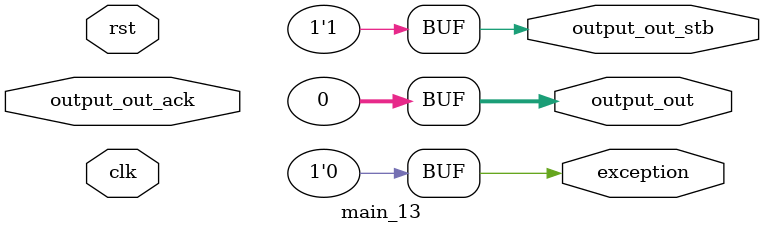
<source format=v>
module main_13 (output_out_ack,clk,rst,output_out,output_out_stb,exception);
  input output_out_ack;
  input clk;
  input rst;
  output [31:0] output_out;
  output output_out_stb;
  output exception;

  assign output_out = 0;
  assign output_out_stb = 1;
  assign exception = 0;
endmodule
</source>
